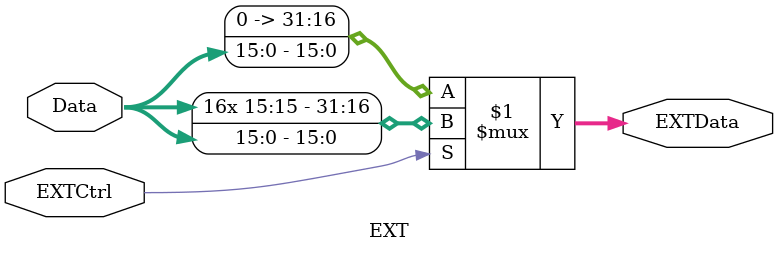
<source format=v>
`timescale 1ns / 1ps
module EXT(
    input [15:0] Data,
    input EXTCtrl,
	 output [31:0] EXTData
    );
	assign EXTData = (EXTCtrl)? {{16{Data[15]}},Data}:{{16{1'b0}}, Data};
endmodule

</source>
